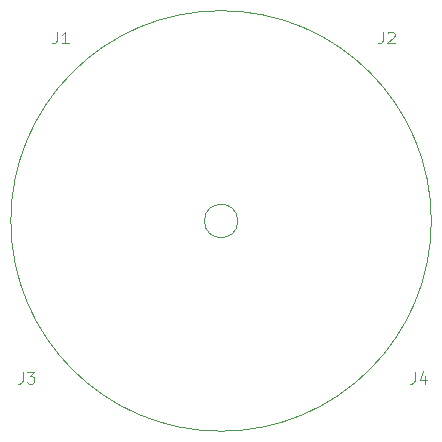
<source format=gbr>
%TF.GenerationSoftware,KiCad,Pcbnew,8.0.1*%
%TF.CreationDate,2024-04-24T15:21:32+01:00*%
%TF.ProjectId,Kishoof_screen,4b697368-6f6f-4665-9f73-637265656e2e,rev?*%
%TF.SameCoordinates,Original*%
%TF.FileFunction,Legend,Top*%
%TF.FilePolarity,Positive*%
%FSLAX46Y46*%
G04 Gerber Fmt 4.6, Leading zero omitted, Abs format (unit mm)*
G04 Created by KiCad (PCBNEW 8.0.1) date 2024-04-24 15:21:32*
%MOMM*%
%LPD*%
G01*
G04 APERTURE LIST*
%ADD10C,0.050000*%
%ADD11C,0.100000*%
%ADD12C,0.120000*%
G04 APERTURE END LIST*
D10*
X95100000Y-58300000D02*
G75*
G02*
X59500000Y-58300000I-17800000J0D01*
G01*
X59500000Y-58300000D02*
G75*
G02*
X95100000Y-58300000I17800000J0D01*
G01*
D11*
X90989598Y-42272419D02*
X90989598Y-42986704D01*
X90989598Y-42986704D02*
X90941979Y-43129561D01*
X90941979Y-43129561D02*
X90846741Y-43224800D01*
X90846741Y-43224800D02*
X90703884Y-43272419D01*
X90703884Y-43272419D02*
X90608646Y-43272419D01*
X91418170Y-42367657D02*
X91465789Y-42320038D01*
X91465789Y-42320038D02*
X91561027Y-42272419D01*
X91561027Y-42272419D02*
X91799122Y-42272419D01*
X91799122Y-42272419D02*
X91894360Y-42320038D01*
X91894360Y-42320038D02*
X91941979Y-42367657D01*
X91941979Y-42367657D02*
X91989598Y-42462895D01*
X91989598Y-42462895D02*
X91989598Y-42558133D01*
X91989598Y-42558133D02*
X91941979Y-42700990D01*
X91941979Y-42700990D02*
X91370551Y-43272419D01*
X91370551Y-43272419D02*
X91989598Y-43272419D01*
X60489598Y-71072419D02*
X60489598Y-71786704D01*
X60489598Y-71786704D02*
X60441979Y-71929561D01*
X60441979Y-71929561D02*
X60346741Y-72024800D01*
X60346741Y-72024800D02*
X60203884Y-72072419D01*
X60203884Y-72072419D02*
X60108646Y-72072419D01*
X60870551Y-71072419D02*
X61489598Y-71072419D01*
X61489598Y-71072419D02*
X61156265Y-71453371D01*
X61156265Y-71453371D02*
X61299122Y-71453371D01*
X61299122Y-71453371D02*
X61394360Y-71500990D01*
X61394360Y-71500990D02*
X61441979Y-71548609D01*
X61441979Y-71548609D02*
X61489598Y-71643847D01*
X61489598Y-71643847D02*
X61489598Y-71881942D01*
X61489598Y-71881942D02*
X61441979Y-71977180D01*
X61441979Y-71977180D02*
X61394360Y-72024800D01*
X61394360Y-72024800D02*
X61299122Y-72072419D01*
X61299122Y-72072419D02*
X61013408Y-72072419D01*
X61013408Y-72072419D02*
X60918170Y-72024800D01*
X60918170Y-72024800D02*
X60870551Y-71977180D01*
X93689598Y-71072419D02*
X93689598Y-71786704D01*
X93689598Y-71786704D02*
X93641979Y-71929561D01*
X93641979Y-71929561D02*
X93546741Y-72024800D01*
X93546741Y-72024800D02*
X93403884Y-72072419D01*
X93403884Y-72072419D02*
X93308646Y-72072419D01*
X94594360Y-71405752D02*
X94594360Y-72072419D01*
X94356265Y-71024800D02*
X94118170Y-71739085D01*
X94118170Y-71739085D02*
X94737217Y-71739085D01*
X63389598Y-42272419D02*
X63389598Y-42986704D01*
X63389598Y-42986704D02*
X63341979Y-43129561D01*
X63341979Y-43129561D02*
X63246741Y-43224800D01*
X63246741Y-43224800D02*
X63103884Y-43272419D01*
X63103884Y-43272419D02*
X63008646Y-43272419D01*
X64389598Y-43272419D02*
X63818170Y-43272419D01*
X64103884Y-43272419D02*
X64103884Y-42272419D01*
X64103884Y-42272419D02*
X64008646Y-42415276D01*
X64008646Y-42415276D02*
X63913408Y-42510514D01*
X63913408Y-42510514D02*
X63818170Y-42558133D01*
D12*
%TO.C,REF\u002A\u002A*%
X78714214Y-58300000D02*
G75*
G02*
X75885786Y-58300000I-1414214J0D01*
G01*
X75885786Y-58300000D02*
G75*
G02*
X78714214Y-58300000I1414214J0D01*
G01*
%TD*%
M02*

</source>
